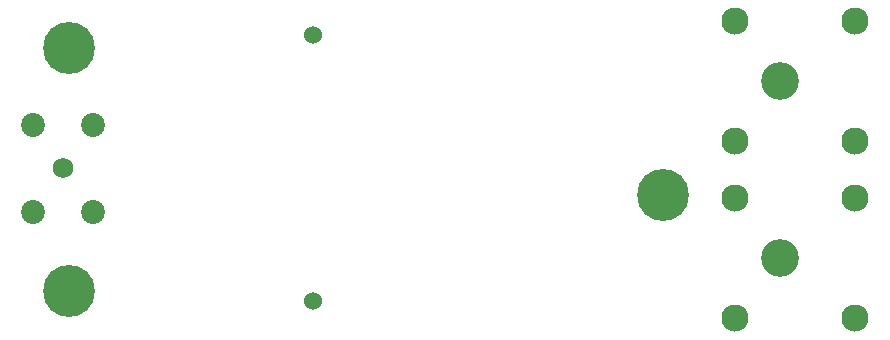
<source format=gbl>
G04 #@! TF.GenerationSoftware,KiCad,Pcbnew,(5.1.6-0)*
G04 #@! TF.CreationDate,2022-02-03T18:07:08-05:00*
G04 #@! TF.ProjectId,HPF_test_01,4850465f-7465-4737-945f-30312e6b6963,rev?*
G04 #@! TF.SameCoordinates,Original*
G04 #@! TF.FileFunction,Copper,L2,Bot*
G04 #@! TF.FilePolarity,Positive*
%FSLAX46Y46*%
G04 Gerber Fmt 4.6, Leading zero omitted, Abs format (unit mm)*
G04 Created by KiCad (PCBNEW (5.1.6-0)) date 2022-02-03 18:07:08*
%MOMM*%
%LPD*%
G01*
G04 APERTURE LIST*
G04 #@! TA.AperFunction,ComponentPad*
%ADD10C,1.524000*%
G04 #@! TD*
G04 #@! TA.AperFunction,ComponentPad*
%ADD11C,4.400000*%
G04 #@! TD*
G04 #@! TA.AperFunction,ComponentPad*
%ADD12C,2.300000*%
G04 #@! TD*
G04 #@! TA.AperFunction,ComponentPad*
%ADD13C,3.200000*%
G04 #@! TD*
G04 #@! TA.AperFunction,ComponentPad*
%ADD14C,2.025000*%
G04 #@! TD*
G04 #@! TA.AperFunction,ComponentPad*
%ADD15C,1.755000*%
G04 #@! TD*
G04 APERTURE END LIST*
D10*
X121190000Y-77650000D03*
X121190000Y-100150000D03*
D11*
X100584000Y-99314000D03*
X100584000Y-78740000D03*
X150876000Y-91186000D03*
D12*
X167142000Y-76454000D03*
X167142000Y-86614000D03*
X156982000Y-86614000D03*
X156982000Y-76454000D03*
D13*
X160782000Y-81534000D03*
D12*
X167142000Y-91440000D03*
X167142000Y-101600000D03*
X156982000Y-101600000D03*
X156982000Y-91440000D03*
D13*
X160782000Y-96520000D03*
D14*
X97536000Y-85200000D03*
X102616000Y-85200000D03*
X102616000Y-92600000D03*
X97536000Y-92600000D03*
D15*
X100076000Y-88900000D03*
M02*

</source>
